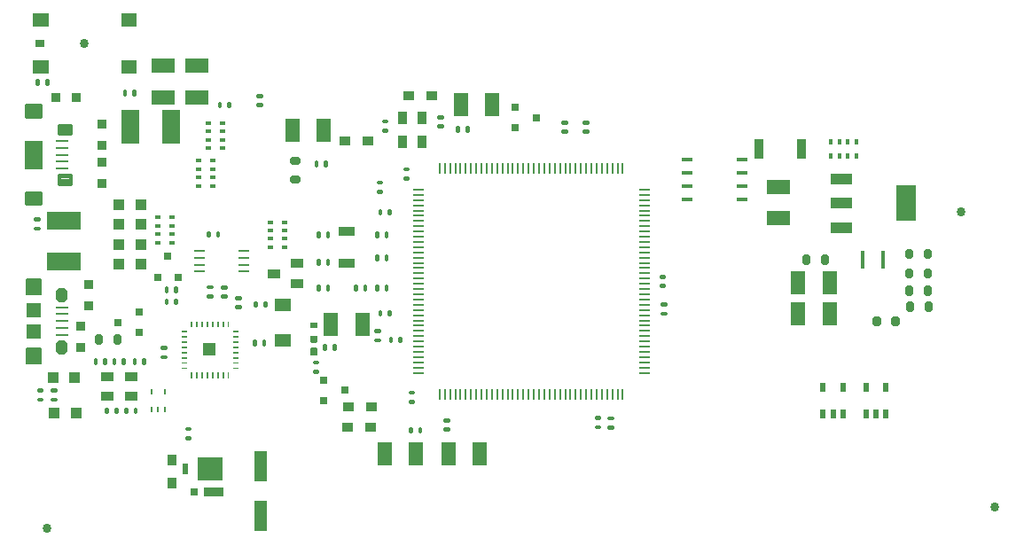
<source format=gtp>
G04 EAGLE Gerber RS-274X export*
G75*
%MOMM*%
%FSLAX34Y34*%
%LPD*%
%INTop Paste*%
%IPPOS*%
%AMOC8*
5,1,8,0,0,1.08239X$1,22.5*%
G01*
%ADD10R,1.247600X2.847600*%
%ADD11R,1.047600X1.047600*%
%ADD12C,0.863600*%
%ADD13R,1.710000X3.210000*%
%ADD14R,0.635000X0.736600*%
%ADD15C,0.305816*%
%ADD16R,0.497600X0.347600*%
%ADD17R,0.889000X0.762000*%
%ADD18C,0.062378*%
%ADD19R,1.047600X0.147600*%
%ADD20R,1.647600X0.947600*%
%ADD21R,2.082800X1.066800*%
%ADD22R,1.980000X3.380000*%
%ADD23R,0.847600X0.847600*%
%ADD24C,0.566959*%
%ADD25R,0.897600X1.147600*%
%ADD26R,1.047600X0.847600*%
%ADD27R,0.747600X0.547600*%
%ADD28R,2.240000X1.440000*%
%ADD29R,0.147600X1.047600*%
%ADD30R,1.440000X2.240000*%
%ADD31R,0.863600X1.828800*%
%ADD32R,1.247600X0.847600*%
%ADD33R,0.847600X1.047600*%
%ADD34R,0.347600X0.497600*%
%ADD35C,0.075000*%
%ADD36R,1.197600X0.247600*%
%ADD37R,1.800000X2.700000*%
%ADD38C,0.367231*%
%ADD39C,0.296472*%
%ADD40R,3.210000X1.710000*%
%ADD41R,1.270000X1.270000*%
%ADD42C,0.071453*%
%ADD43R,1.647600X1.247600*%
%ADD44R,0.247600X0.547600*%
%ADD45R,0.736600X0.635000*%
%ADD46R,1.147600X0.897600*%
%ADD47R,2.413000X2.286000*%
%ADD48R,0.609600X1.117600*%
%ADD49R,1.847600X0.947600*%
%ADD50R,0.647600X0.647600*%
%ADD51R,0.547600X0.097600*%
%ADD52R,0.947600X0.097600*%
%ADD53R,0.097600X0.547600*%
%ADD54R,0.097600X0.947600*%
%ADD55R,0.447600X1.797600*%
%ADD56R,1.193800X0.254000*%
%ADD57C,0.163447*%
%ADD58C,0.860550*%
%ADD59R,1.371600X1.473200*%
%ADD60R,0.537600X0.837600*%
%ADD61R,1.102500X0.355600*%


D10*
X230378Y35944D03*
X230378Y83944D03*
D11*
X115910Y276860D03*
X94910Y276860D03*
D12*
X899160Y326804D03*
X26670Y24130D03*
X62230Y487680D03*
D11*
X115910Y333248D03*
X94910Y333248D03*
X115910Y314452D03*
X94910Y314452D03*
D13*
X144976Y407924D03*
X105976Y407924D03*
D11*
X115910Y295656D03*
X94910Y295656D03*
D14*
X141986Y284226D03*
X151638Y263906D03*
X132334Y263906D03*
D15*
X189870Y306573D02*
X190368Y306573D01*
X190368Y303535D01*
X189870Y303535D01*
X189870Y306573D01*
X189870Y306440D02*
X190368Y306440D01*
X181478Y306573D02*
X180980Y306573D01*
X181478Y306573D02*
X181478Y303535D01*
X180980Y303535D01*
X180980Y306573D01*
X180980Y306440D02*
X181478Y306440D01*
X183637Y245994D02*
X183637Y245496D01*
X180599Y245496D01*
X180599Y245994D01*
X183637Y245994D01*
X183637Y254386D02*
X183637Y254884D01*
X183637Y254386D02*
X180599Y254386D01*
X180599Y254884D01*
X183637Y254884D01*
D16*
X240138Y316800D03*
X240138Y308800D03*
X240138Y300800D03*
X240138Y292800D03*
X253638Y292800D03*
X253638Y300800D03*
X253638Y308800D03*
X253638Y316800D03*
X132188Y321372D03*
X132188Y313372D03*
X132188Y305372D03*
X132188Y297372D03*
X145688Y297372D03*
X145688Y305372D03*
X145688Y313372D03*
X145688Y321372D03*
D12*
X931926Y44958D03*
D17*
X19685Y487680D03*
D18*
X13304Y504254D02*
X27156Y504254D01*
X13304Y504254D02*
X13304Y516106D01*
X27156Y516106D01*
X27156Y504254D01*
X27156Y504847D02*
X13304Y504847D01*
X13304Y505440D02*
X27156Y505440D01*
X27156Y506033D02*
X13304Y506033D01*
X13304Y506626D02*
X27156Y506626D01*
X27156Y507219D02*
X13304Y507219D01*
X13304Y507812D02*
X27156Y507812D01*
X27156Y508405D02*
X13304Y508405D01*
X13304Y508998D02*
X27156Y508998D01*
X27156Y509591D02*
X13304Y509591D01*
X13304Y510184D02*
X27156Y510184D01*
X27156Y510777D02*
X13304Y510777D01*
X13304Y511370D02*
X27156Y511370D01*
X27156Y511963D02*
X13304Y511963D01*
X13304Y512556D02*
X27156Y512556D01*
X27156Y513149D02*
X13304Y513149D01*
X13304Y513742D02*
X27156Y513742D01*
X27156Y514335D02*
X13304Y514335D01*
X13304Y514928D02*
X27156Y514928D01*
X27156Y515521D02*
X13304Y515521D01*
X97304Y504254D02*
X111156Y504254D01*
X97304Y504254D02*
X97304Y516106D01*
X111156Y516106D01*
X111156Y504254D01*
X111156Y504847D02*
X97304Y504847D01*
X97304Y505440D02*
X111156Y505440D01*
X111156Y506033D02*
X97304Y506033D01*
X97304Y506626D02*
X111156Y506626D01*
X111156Y507219D02*
X97304Y507219D01*
X97304Y507812D02*
X111156Y507812D01*
X111156Y508405D02*
X97304Y508405D01*
X97304Y508998D02*
X111156Y508998D01*
X111156Y509591D02*
X97304Y509591D01*
X97304Y510184D02*
X111156Y510184D01*
X111156Y510777D02*
X97304Y510777D01*
X97304Y511370D02*
X111156Y511370D01*
X111156Y511963D02*
X97304Y511963D01*
X97304Y512556D02*
X111156Y512556D01*
X111156Y513149D02*
X97304Y513149D01*
X97304Y513742D02*
X111156Y513742D01*
X111156Y514335D02*
X97304Y514335D01*
X97304Y514928D02*
X111156Y514928D01*
X111156Y515521D02*
X97304Y515521D01*
X27156Y459254D02*
X13304Y459254D01*
X13304Y471106D01*
X27156Y471106D01*
X27156Y459254D01*
X27156Y459847D02*
X13304Y459847D01*
X13304Y460440D02*
X27156Y460440D01*
X27156Y461033D02*
X13304Y461033D01*
X13304Y461626D02*
X27156Y461626D01*
X27156Y462219D02*
X13304Y462219D01*
X13304Y462812D02*
X27156Y462812D01*
X27156Y463405D02*
X13304Y463405D01*
X13304Y463998D02*
X27156Y463998D01*
X27156Y464591D02*
X13304Y464591D01*
X13304Y465184D02*
X27156Y465184D01*
X27156Y465777D02*
X13304Y465777D01*
X13304Y466370D02*
X27156Y466370D01*
X27156Y466963D02*
X13304Y466963D01*
X13304Y467556D02*
X27156Y467556D01*
X27156Y468149D02*
X13304Y468149D01*
X13304Y468742D02*
X27156Y468742D01*
X27156Y469335D02*
X13304Y469335D01*
X13304Y469928D02*
X27156Y469928D01*
X27156Y470521D02*
X13304Y470521D01*
X97304Y459254D02*
X111156Y459254D01*
X97304Y459254D02*
X97304Y471106D01*
X111156Y471106D01*
X111156Y459254D01*
X111156Y459847D02*
X97304Y459847D01*
X97304Y460440D02*
X111156Y460440D01*
X111156Y461033D02*
X97304Y461033D01*
X97304Y461626D02*
X111156Y461626D01*
X111156Y462219D02*
X97304Y462219D01*
X97304Y462812D02*
X111156Y462812D01*
X111156Y463405D02*
X97304Y463405D01*
X97304Y463998D02*
X111156Y463998D01*
X111156Y464591D02*
X97304Y464591D01*
X97304Y465184D02*
X111156Y465184D01*
X111156Y465777D02*
X97304Y465777D01*
X97304Y466370D02*
X111156Y466370D01*
X111156Y466963D02*
X97304Y466963D01*
X97304Y467556D02*
X111156Y467556D01*
X111156Y468149D02*
X97304Y468149D01*
X97304Y468742D02*
X111156Y468742D01*
X111156Y469335D02*
X97304Y469335D01*
X97304Y469928D02*
X111156Y469928D01*
X111156Y470521D02*
X97304Y470521D01*
D16*
X194202Y387288D03*
X194202Y395288D03*
X194202Y403288D03*
X194202Y411288D03*
X180702Y411288D03*
X180702Y403288D03*
X180702Y395288D03*
X180702Y387288D03*
D19*
X214678Y269640D03*
X214678Y276140D03*
X214678Y282640D03*
X214678Y289140D03*
X172428Y289140D03*
X172428Y282640D03*
X172428Y276140D03*
X172428Y269640D03*
D20*
X312928Y277108D03*
X312928Y308108D03*
D15*
X295270Y279903D02*
X294772Y279903D01*
X295270Y279903D02*
X295270Y276865D01*
X294772Y276865D01*
X294772Y279903D01*
X294772Y279770D02*
X295270Y279770D01*
X286380Y279903D02*
X285882Y279903D01*
X286380Y279903D02*
X286380Y276865D01*
X285882Y276865D01*
X285882Y279903D01*
X285882Y279770D02*
X286380Y279770D01*
X294772Y306319D02*
X295270Y306319D01*
X295270Y303281D01*
X294772Y303281D01*
X294772Y306319D01*
X294772Y306186D02*
X295270Y306186D01*
X286380Y306319D02*
X285882Y306319D01*
X286380Y306319D02*
X286380Y303281D01*
X285882Y303281D01*
X285882Y306319D01*
X285882Y306186D02*
X286380Y306186D01*
D21*
X785368Y357886D03*
X785368Y334772D03*
X785368Y311658D03*
D22*
X847346Y334772D03*
D15*
X351023Y403738D02*
X351023Y404236D01*
X351023Y403738D02*
X347985Y403738D01*
X347985Y404236D01*
X351023Y404236D01*
X351023Y412628D02*
X351023Y413126D01*
X351023Y412628D02*
X347985Y412628D01*
X347985Y413126D01*
X351023Y413126D01*
X403855Y408300D02*
X403855Y407802D01*
X400817Y407802D01*
X400817Y408300D01*
X403855Y408300D01*
X403855Y416692D02*
X403855Y417190D01*
X403855Y416692D02*
X400817Y416692D01*
X400817Y417190D01*
X403855Y417190D01*
D23*
X79248Y373728D03*
X79248Y353728D03*
X79248Y390304D03*
X79248Y410304D03*
D24*
X265047Y358781D02*
X265047Y356991D01*
X261241Y356991D01*
X261241Y358781D01*
X265047Y358781D01*
X265047Y374771D02*
X265047Y376561D01*
X265047Y374771D02*
X261241Y374771D01*
X261241Y376561D01*
X265047Y376561D01*
D15*
X292740Y373883D02*
X293238Y373883D01*
X293238Y370845D01*
X292740Y370845D01*
X292740Y373883D01*
X292740Y373750D02*
X293238Y373750D01*
X284348Y373883D02*
X283850Y373883D01*
X284348Y373883D02*
X284348Y370845D01*
X283850Y370845D01*
X283850Y373883D01*
X283850Y373750D02*
X284348Y373750D01*
D25*
X365908Y416630D03*
X365908Y393630D03*
X384408Y393630D03*
X384408Y416630D03*
D26*
X313612Y120904D03*
X335612Y120904D03*
D15*
X409951Y118740D02*
X409951Y118242D01*
X406913Y118242D01*
X406913Y118740D01*
X409951Y118740D01*
X409951Y127132D02*
X409951Y127630D01*
X409951Y127132D02*
X406913Y127132D01*
X406913Y127630D01*
X409951Y127630D01*
D27*
X281432Y218336D03*
X281432Y205336D03*
X281432Y192336D03*
D15*
X282951Y194442D02*
X282951Y194940D01*
X282951Y194442D02*
X279913Y194442D01*
X279913Y194940D01*
X282951Y194940D01*
X282951Y203332D02*
X282951Y203830D01*
X282951Y203332D02*
X279913Y203332D01*
X279913Y203830D01*
X282951Y203830D01*
D16*
X171050Y375474D03*
X171050Y367474D03*
X171050Y359474D03*
X171050Y351474D03*
X184550Y351474D03*
X184550Y359474D03*
X184550Y367474D03*
X184550Y375474D03*
D28*
X725424Y320280D03*
X725424Y350280D03*
D15*
X371343Y358018D02*
X371343Y358516D01*
X371343Y358018D02*
X368305Y358018D01*
X368305Y358516D01*
X371343Y358516D01*
X371343Y366908D02*
X371343Y367406D01*
X371343Y366908D02*
X368305Y366908D01*
X368305Y367406D01*
X371343Y367406D01*
X342905Y354706D02*
X342905Y354208D01*
X342905Y354706D02*
X345943Y354706D01*
X345943Y354208D01*
X342905Y354208D01*
X342905Y345816D02*
X342905Y345318D01*
X342905Y345816D02*
X345943Y345816D01*
X345943Y345318D01*
X342905Y345318D01*
X342260Y280929D02*
X341762Y280929D01*
X341762Y283967D01*
X342260Y283967D01*
X342260Y280929D01*
X342260Y283834D02*
X341762Y283834D01*
X350652Y280929D02*
X351150Y280929D01*
X350652Y280929D02*
X350652Y283967D01*
X351150Y283967D01*
X351150Y280929D01*
X351150Y283834D02*
X350652Y283834D01*
D29*
X576450Y368350D03*
X571450Y368350D03*
X566450Y368350D03*
X561450Y368350D03*
X556450Y368350D03*
X551450Y368350D03*
X546450Y368350D03*
X541450Y368350D03*
X536450Y368350D03*
X531450Y368350D03*
X526450Y368350D03*
X521450Y368350D03*
X516450Y368350D03*
X511450Y368350D03*
X506450Y368350D03*
X501450Y368350D03*
X496450Y368350D03*
X491450Y368350D03*
X486450Y368350D03*
X481450Y368350D03*
X476450Y368350D03*
X471450Y368350D03*
X466450Y368350D03*
X461450Y368350D03*
X456450Y368350D03*
X451450Y368350D03*
X446450Y368350D03*
X441450Y368350D03*
X436450Y368350D03*
X431450Y368350D03*
X426450Y368350D03*
X421450Y368350D03*
X416450Y368350D03*
X411450Y368350D03*
X406450Y368350D03*
X401450Y368350D03*
D19*
X380950Y347850D03*
X380950Y342850D03*
X380950Y337850D03*
X380950Y332850D03*
X380950Y327850D03*
X380950Y322850D03*
X380950Y317850D03*
X380950Y312850D03*
X380950Y307850D03*
X380950Y302850D03*
X380950Y297850D03*
X380950Y292850D03*
X380950Y287850D03*
X380950Y282850D03*
X380950Y277850D03*
X380950Y272850D03*
X380950Y267850D03*
X380950Y262850D03*
X380950Y257850D03*
X380950Y252850D03*
X380950Y247850D03*
X380950Y242850D03*
X380950Y237850D03*
X380950Y232850D03*
X380950Y227850D03*
X380950Y222850D03*
X380950Y217850D03*
X380950Y212850D03*
X380950Y207850D03*
X380950Y202850D03*
X380950Y197850D03*
X380950Y192850D03*
X380950Y187850D03*
X380950Y182850D03*
X380950Y177850D03*
X380950Y172850D03*
D29*
X401450Y152350D03*
X406450Y152350D03*
X411450Y152350D03*
X416450Y152350D03*
X421450Y152350D03*
X426450Y152350D03*
X431450Y152350D03*
X436450Y152350D03*
X441450Y152350D03*
X446450Y152350D03*
X451450Y152350D03*
X456450Y152350D03*
X461450Y152350D03*
X466450Y152350D03*
X471450Y152350D03*
X476450Y152350D03*
X481450Y152350D03*
X486450Y152350D03*
X491450Y152350D03*
X496450Y152350D03*
X501450Y152350D03*
X506450Y152350D03*
X511450Y152350D03*
X516450Y152350D03*
X521450Y152350D03*
X526450Y152350D03*
X531450Y152350D03*
X536450Y152350D03*
X541450Y152350D03*
X546450Y152350D03*
X551450Y152350D03*
X556450Y152350D03*
X561450Y152350D03*
X566450Y152350D03*
X571450Y152350D03*
X576450Y152350D03*
D19*
X596950Y172850D03*
X596950Y177850D03*
X596950Y182850D03*
X596950Y187850D03*
X596950Y192850D03*
X596950Y197850D03*
X596950Y202850D03*
X596950Y207850D03*
X596950Y212850D03*
X596950Y217850D03*
X596950Y222850D03*
X596950Y227850D03*
X596950Y232850D03*
X596950Y237850D03*
X596950Y242850D03*
X596950Y247850D03*
X596950Y252850D03*
X596950Y257850D03*
X596950Y262850D03*
X596950Y267850D03*
X596950Y272850D03*
X596950Y277850D03*
X596950Y282850D03*
X596950Y287850D03*
X596950Y292850D03*
X596950Y297850D03*
X596950Y302850D03*
X596950Y307850D03*
X596950Y312850D03*
X596950Y317850D03*
X596950Y322850D03*
X596950Y327850D03*
X596950Y332850D03*
X596950Y337850D03*
X596950Y342850D03*
X596950Y347850D03*
D30*
X348728Y95504D03*
X378728Y95504D03*
D15*
X355468Y202697D02*
X354970Y202697D01*
X354970Y205735D01*
X355468Y205735D01*
X355468Y202697D01*
X355468Y205602D02*
X354970Y205602D01*
X363860Y202697D02*
X364358Y202697D01*
X363860Y202697D02*
X363860Y205735D01*
X364358Y205735D01*
X364358Y202697D01*
X364358Y205602D02*
X363860Y205602D01*
D30*
X327674Y218694D03*
X297674Y218694D03*
D15*
X343911Y204084D02*
X343911Y203586D01*
X340873Y203586D01*
X340873Y204084D01*
X343911Y204084D01*
X343911Y212476D02*
X343911Y212974D01*
X343911Y212476D02*
X340873Y212476D01*
X340873Y212974D01*
X343911Y212974D01*
X540009Y411612D02*
X540009Y412110D01*
X543047Y412110D01*
X543047Y411612D01*
X540009Y411612D01*
X540009Y403220D02*
X540009Y402722D01*
X540009Y403220D02*
X543047Y403220D01*
X543047Y402722D01*
X540009Y402722D01*
X342260Y303281D02*
X341762Y303281D01*
X341762Y306319D01*
X342260Y306319D01*
X342260Y303281D01*
X342260Y306186D02*
X341762Y306186D01*
X350652Y303281D02*
X351150Y303281D01*
X350652Y303281D02*
X350652Y306319D01*
X351150Y306319D01*
X351150Y303281D01*
X351150Y306186D02*
X350652Y306186D01*
X342260Y252481D02*
X341762Y252481D01*
X341762Y255519D01*
X342260Y255519D01*
X342260Y252481D01*
X342260Y255386D02*
X341762Y255386D01*
X350652Y252481D02*
X351150Y252481D01*
X350652Y252481D02*
X350652Y255519D01*
X351150Y255519D01*
X351150Y252481D01*
X351150Y255386D02*
X350652Y255386D01*
X554223Y121026D02*
X554223Y120528D01*
X551185Y120528D01*
X551185Y121026D01*
X554223Y121026D01*
X554223Y129418D02*
X554223Y129916D01*
X554223Y129418D02*
X551185Y129418D01*
X551185Y129916D01*
X554223Y129916D01*
X617215Y228986D02*
X617215Y229484D01*
X617215Y228986D02*
X614177Y228986D01*
X614177Y229484D01*
X617215Y229484D01*
X617215Y237876D02*
X617215Y238374D01*
X617215Y237876D02*
X614177Y237876D01*
X614177Y238374D01*
X617215Y238374D01*
X383383Y119451D02*
X382885Y119451D01*
X383383Y119451D02*
X383383Y116413D01*
X382885Y116413D01*
X382885Y119451D01*
X382885Y119318D02*
X383383Y119318D01*
X374493Y119451D02*
X373995Y119451D01*
X374493Y119451D02*
X374493Y116413D01*
X373995Y116413D01*
X373995Y119451D01*
X373995Y119318D02*
X374493Y119318D01*
X519689Y411612D02*
X519689Y412110D01*
X522727Y412110D01*
X522727Y411612D01*
X519689Y411612D01*
X519689Y403220D02*
X519689Y402722D01*
X519689Y403220D02*
X522727Y403220D01*
X522727Y402722D01*
X519689Y402722D01*
X345308Y228097D02*
X344810Y228097D01*
X344810Y231135D01*
X345308Y231135D01*
X345308Y228097D01*
X345308Y231002D02*
X344810Y231002D01*
X353700Y228097D02*
X354198Y228097D01*
X353700Y228097D02*
X353700Y231135D01*
X354198Y231135D01*
X354198Y228097D01*
X354198Y231002D02*
X353700Y231002D01*
X566669Y120772D02*
X566669Y120274D01*
X563631Y120274D01*
X563631Y120772D01*
X566669Y120772D01*
X566669Y129164D02*
X566669Y129662D01*
X566669Y129164D02*
X563631Y129164D01*
X563631Y129662D01*
X566669Y129662D01*
X613161Y264292D02*
X613161Y264790D01*
X616199Y264790D01*
X616199Y264292D01*
X613161Y264292D01*
X613161Y255900D02*
X613161Y255402D01*
X613161Y255900D02*
X616199Y255900D01*
X616199Y255402D01*
X613161Y255402D01*
X345308Y324617D02*
X344810Y324617D01*
X344810Y327655D01*
X345308Y327655D01*
X345308Y324617D01*
X345308Y327522D02*
X344810Y327522D01*
X353700Y324617D02*
X354198Y324617D01*
X353700Y324617D02*
X353700Y327655D01*
X354198Y327655D01*
X354198Y324617D01*
X354198Y327522D02*
X353700Y327522D01*
X376423Y145156D02*
X376423Y144658D01*
X373385Y144658D01*
X373385Y145156D01*
X376423Y145156D01*
X376423Y153548D02*
X376423Y154046D01*
X376423Y153548D02*
X373385Y153548D01*
X373385Y154046D01*
X376423Y154046D01*
D26*
X314120Y140208D03*
X336120Y140208D03*
X333072Y394208D03*
X311072Y394208D03*
D30*
X409688Y95504D03*
X439688Y95504D03*
X291098Y404368D03*
X261098Y404368D03*
D26*
X372032Y437896D03*
X394032Y437896D03*
D15*
X427868Y406903D02*
X428366Y406903D01*
X428366Y403865D01*
X427868Y403865D01*
X427868Y406903D01*
X427868Y406770D02*
X428366Y406770D01*
X419476Y406903D02*
X418978Y406903D01*
X419476Y406903D02*
X419476Y403865D01*
X418978Y403865D01*
X418978Y406903D01*
X418978Y406770D02*
X419476Y406770D01*
D30*
X421880Y428752D03*
X451880Y428752D03*
D31*
X746760Y387096D03*
X706755Y387096D03*
D32*
X265000Y258216D03*
X265000Y277216D03*
X243000Y267716D03*
D15*
X294772Y255519D02*
X295270Y255519D01*
X295270Y252481D01*
X294772Y252481D01*
X294772Y255519D01*
X294772Y255386D02*
X295270Y255386D01*
X286380Y255519D02*
X285882Y255519D01*
X286380Y255519D02*
X286380Y252481D01*
X285882Y252481D01*
X285882Y255519D01*
X285882Y255386D02*
X286380Y255386D01*
D33*
X146304Y67740D03*
X146304Y89740D03*
D15*
X300868Y198623D02*
X301366Y198623D01*
X301366Y195585D01*
X300868Y195585D01*
X300868Y198623D01*
X300868Y198490D02*
X301366Y198490D01*
X292476Y198623D02*
X291978Y198623D01*
X292476Y198623D02*
X292476Y195585D01*
X291978Y195585D01*
X291978Y198623D01*
X291978Y198490D02*
X292476Y198490D01*
X231135Y428122D02*
X231135Y428620D01*
X231135Y428122D02*
X228097Y428122D01*
X228097Y428620D01*
X231135Y428620D01*
X231135Y437012D02*
X231135Y437510D01*
X231135Y437012D02*
X228097Y437012D01*
X228097Y437510D01*
X231135Y437510D01*
X27046Y451607D02*
X26548Y451607D01*
X27046Y451607D02*
X27046Y448569D01*
X26548Y448569D01*
X26548Y451607D01*
X26548Y451474D02*
X27046Y451474D01*
X18156Y451607D02*
X17658Y451607D01*
X18156Y451607D02*
X18156Y448569D01*
X17658Y448569D01*
X17658Y451607D01*
X17658Y451474D02*
X18156Y451474D01*
X330332Y255519D02*
X330830Y255519D01*
X330830Y252481D01*
X330332Y252481D01*
X330332Y255519D01*
X330332Y255386D02*
X330830Y255386D01*
X321940Y255519D02*
X321442Y255519D01*
X321940Y255519D02*
X321940Y252481D01*
X321442Y252481D01*
X321442Y255519D01*
X321442Y255386D02*
X321940Y255386D01*
D28*
X169672Y436104D03*
X169672Y466104D03*
X137160Y436104D03*
X137160Y466104D03*
D34*
X799400Y393846D03*
X791400Y393846D03*
X783400Y393846D03*
X775400Y393846D03*
X775400Y380346D03*
X783400Y380346D03*
X791400Y380346D03*
X799400Y380346D03*
D35*
X19220Y419000D02*
X8720Y419000D01*
D36*
X40970Y394000D03*
X40970Y387500D03*
X40970Y381000D03*
X40970Y374500D03*
X40970Y368000D03*
D37*
X13970Y381000D03*
D38*
X38568Y401098D02*
X49372Y401098D01*
X38568Y401098D02*
X38568Y408902D01*
X49372Y408902D01*
X49372Y401098D01*
X49372Y404586D02*
X38568Y404586D01*
X38568Y408074D02*
X49372Y408074D01*
X49372Y353098D02*
X38568Y353098D01*
X38568Y360902D01*
X49372Y360902D01*
X49372Y353098D01*
X49372Y356586D02*
X38568Y356586D01*
X38568Y360074D02*
X49372Y360074D01*
D39*
X20726Y417494D02*
X7214Y417494D01*
X7214Y428006D01*
X20726Y428006D01*
X20726Y417494D01*
X20726Y420311D02*
X7214Y420311D01*
X7214Y423128D02*
X20726Y423128D01*
X20726Y425945D02*
X7214Y425945D01*
X7214Y333994D02*
X20726Y333994D01*
X7214Y333994D02*
X7214Y344506D01*
X20726Y344506D01*
X20726Y333994D01*
X20726Y336811D02*
X7214Y336811D01*
X7214Y339628D02*
X20726Y339628D01*
X20726Y342445D02*
X7214Y342445D01*
D15*
X18791Y310764D02*
X18791Y310266D01*
X15753Y310266D01*
X15753Y310764D01*
X18791Y310764D01*
X18791Y319156D02*
X18791Y319654D01*
X18791Y319156D02*
X15753Y319156D01*
X15753Y319654D01*
X18791Y319654D01*
D11*
X32172Y168656D03*
X53172Y168656D03*
X33188Y134112D03*
X54188Y134112D03*
D40*
X42672Y318204D03*
X42672Y279204D03*
D15*
X139695Y187828D02*
X139695Y187330D01*
X136657Y187330D01*
X136657Y187828D01*
X139695Y187828D01*
X139695Y196220D02*
X139695Y196718D01*
X139695Y196220D02*
X136657Y196220D01*
X136657Y196718D01*
X139695Y196718D01*
X197607Y245242D02*
X197607Y245740D01*
X197607Y245242D02*
X194569Y245242D01*
X194569Y245740D01*
X197607Y245740D01*
X197607Y254132D02*
X197607Y254630D01*
X197607Y254132D02*
X194569Y254132D01*
X194569Y254630D01*
X197607Y254630D01*
D41*
X181864Y195072D03*
D42*
X159745Y212291D02*
X159745Y212853D01*
X159745Y212291D02*
X154983Y212291D01*
X154983Y212853D01*
X159745Y212853D01*
X159745Y207853D02*
X159745Y207291D01*
X154983Y207291D01*
X154983Y207853D01*
X159745Y207853D01*
X159745Y202853D02*
X159745Y202291D01*
X154983Y202291D01*
X154983Y202853D01*
X159745Y202853D01*
X159745Y197853D02*
X159745Y197291D01*
X154983Y197291D01*
X154983Y197853D01*
X159745Y197853D01*
X159745Y192853D02*
X159745Y192291D01*
X154983Y192291D01*
X154983Y192853D01*
X159745Y192853D01*
X159745Y187853D02*
X159745Y187291D01*
X154983Y187291D01*
X154983Y187853D01*
X159745Y187853D01*
X159745Y182853D02*
X159745Y182291D01*
X154983Y182291D01*
X154983Y182853D01*
X159745Y182853D01*
X159745Y177853D02*
X159745Y177291D01*
X154983Y177291D01*
X154983Y177853D01*
X159745Y177853D01*
X164083Y172953D02*
X164645Y172953D01*
X164645Y168191D01*
X164083Y168191D01*
X164083Y172953D01*
X164083Y168870D02*
X164645Y168870D01*
X164645Y169549D02*
X164083Y169549D01*
X164083Y170228D02*
X164645Y170228D01*
X164645Y170907D02*
X164083Y170907D01*
X164083Y171586D02*
X164645Y171586D01*
X164645Y172265D02*
X164083Y172265D01*
X164083Y172944D02*
X164645Y172944D01*
X169083Y172953D02*
X169645Y172953D01*
X169645Y168191D01*
X169083Y168191D01*
X169083Y172953D01*
X169083Y168870D02*
X169645Y168870D01*
X169645Y169549D02*
X169083Y169549D01*
X169083Y170228D02*
X169645Y170228D01*
X169645Y170907D02*
X169083Y170907D01*
X169083Y171586D02*
X169645Y171586D01*
X169645Y172265D02*
X169083Y172265D01*
X169083Y172944D02*
X169645Y172944D01*
X174083Y172953D02*
X174645Y172953D01*
X174645Y168191D01*
X174083Y168191D01*
X174083Y172953D01*
X174083Y168870D02*
X174645Y168870D01*
X174645Y169549D02*
X174083Y169549D01*
X174083Y170228D02*
X174645Y170228D01*
X174645Y170907D02*
X174083Y170907D01*
X174083Y171586D02*
X174645Y171586D01*
X174645Y172265D02*
X174083Y172265D01*
X174083Y172944D02*
X174645Y172944D01*
X179083Y172953D02*
X179645Y172953D01*
X179645Y168191D01*
X179083Y168191D01*
X179083Y172953D01*
X179083Y168870D02*
X179645Y168870D01*
X179645Y169549D02*
X179083Y169549D01*
X179083Y170228D02*
X179645Y170228D01*
X179645Y170907D02*
X179083Y170907D01*
X179083Y171586D02*
X179645Y171586D01*
X179645Y172265D02*
X179083Y172265D01*
X179083Y172944D02*
X179645Y172944D01*
X184083Y172953D02*
X184645Y172953D01*
X184645Y168191D01*
X184083Y168191D01*
X184083Y172953D01*
X184083Y168870D02*
X184645Y168870D01*
X184645Y169549D02*
X184083Y169549D01*
X184083Y170228D02*
X184645Y170228D01*
X184645Y170907D02*
X184083Y170907D01*
X184083Y171586D02*
X184645Y171586D01*
X184645Y172265D02*
X184083Y172265D01*
X184083Y172944D02*
X184645Y172944D01*
X189083Y172953D02*
X189645Y172953D01*
X189645Y168191D01*
X189083Y168191D01*
X189083Y172953D01*
X189083Y168870D02*
X189645Y168870D01*
X189645Y169549D02*
X189083Y169549D01*
X189083Y170228D02*
X189645Y170228D01*
X189645Y170907D02*
X189083Y170907D01*
X189083Y171586D02*
X189645Y171586D01*
X189645Y172265D02*
X189083Y172265D01*
X189083Y172944D02*
X189645Y172944D01*
X194083Y172953D02*
X194645Y172953D01*
X194645Y168191D01*
X194083Y168191D01*
X194083Y172953D01*
X194083Y168870D02*
X194645Y168870D01*
X194645Y169549D02*
X194083Y169549D01*
X194083Y170228D02*
X194645Y170228D01*
X194645Y170907D02*
X194083Y170907D01*
X194083Y171586D02*
X194645Y171586D01*
X194645Y172265D02*
X194083Y172265D01*
X194083Y172944D02*
X194645Y172944D01*
X199083Y172953D02*
X199645Y172953D01*
X199645Y168191D01*
X199083Y168191D01*
X199083Y172953D01*
X199083Y168870D02*
X199645Y168870D01*
X199645Y169549D02*
X199083Y169549D01*
X199083Y170228D02*
X199645Y170228D01*
X199645Y170907D02*
X199083Y170907D01*
X199083Y171586D02*
X199645Y171586D01*
X199645Y172265D02*
X199083Y172265D01*
X199083Y172944D02*
X199645Y172944D01*
X208745Y177291D02*
X208745Y177853D01*
X208745Y177291D02*
X203983Y177291D01*
X203983Y177853D01*
X208745Y177853D01*
X208745Y182291D02*
X208745Y182853D01*
X208745Y182291D02*
X203983Y182291D01*
X203983Y182853D01*
X208745Y182853D01*
X208745Y187291D02*
X208745Y187853D01*
X208745Y187291D02*
X203983Y187291D01*
X203983Y187853D01*
X208745Y187853D01*
X208745Y192291D02*
X208745Y192853D01*
X208745Y192291D02*
X203983Y192291D01*
X203983Y192853D01*
X208745Y192853D01*
X208745Y197291D02*
X208745Y197853D01*
X208745Y197291D02*
X203983Y197291D01*
X203983Y197853D01*
X208745Y197853D01*
X208745Y202291D02*
X208745Y202853D01*
X208745Y202291D02*
X203983Y202291D01*
X203983Y202853D01*
X208745Y202853D01*
X208745Y207291D02*
X208745Y207853D01*
X208745Y207291D02*
X203983Y207291D01*
X203983Y207853D01*
X208745Y207853D01*
X208745Y212291D02*
X208745Y212853D01*
X208745Y212291D02*
X203983Y212291D01*
X203983Y212853D01*
X208745Y212853D01*
X199645Y221953D02*
X199083Y221953D01*
X199645Y221953D02*
X199645Y217191D01*
X199083Y217191D01*
X199083Y221953D01*
X199083Y217870D02*
X199645Y217870D01*
X199645Y218549D02*
X199083Y218549D01*
X199083Y219228D02*
X199645Y219228D01*
X199645Y219907D02*
X199083Y219907D01*
X199083Y220586D02*
X199645Y220586D01*
X199645Y221265D02*
X199083Y221265D01*
X199083Y221944D02*
X199645Y221944D01*
X194645Y221953D02*
X194083Y221953D01*
X194645Y221953D02*
X194645Y217191D01*
X194083Y217191D01*
X194083Y221953D01*
X194083Y217870D02*
X194645Y217870D01*
X194645Y218549D02*
X194083Y218549D01*
X194083Y219228D02*
X194645Y219228D01*
X194645Y219907D02*
X194083Y219907D01*
X194083Y220586D02*
X194645Y220586D01*
X194645Y221265D02*
X194083Y221265D01*
X194083Y221944D02*
X194645Y221944D01*
X189645Y221953D02*
X189083Y221953D01*
X189645Y221953D02*
X189645Y217191D01*
X189083Y217191D01*
X189083Y221953D01*
X189083Y217870D02*
X189645Y217870D01*
X189645Y218549D02*
X189083Y218549D01*
X189083Y219228D02*
X189645Y219228D01*
X189645Y219907D02*
X189083Y219907D01*
X189083Y220586D02*
X189645Y220586D01*
X189645Y221265D02*
X189083Y221265D01*
X189083Y221944D02*
X189645Y221944D01*
X184645Y221953D02*
X184083Y221953D01*
X184645Y221953D02*
X184645Y217191D01*
X184083Y217191D01*
X184083Y221953D01*
X184083Y217870D02*
X184645Y217870D01*
X184645Y218549D02*
X184083Y218549D01*
X184083Y219228D02*
X184645Y219228D01*
X184645Y219907D02*
X184083Y219907D01*
X184083Y220586D02*
X184645Y220586D01*
X184645Y221265D02*
X184083Y221265D01*
X184083Y221944D02*
X184645Y221944D01*
X179645Y221953D02*
X179083Y221953D01*
X179645Y221953D02*
X179645Y217191D01*
X179083Y217191D01*
X179083Y221953D01*
X179083Y217870D02*
X179645Y217870D01*
X179645Y218549D02*
X179083Y218549D01*
X179083Y219228D02*
X179645Y219228D01*
X179645Y219907D02*
X179083Y219907D01*
X179083Y220586D02*
X179645Y220586D01*
X179645Y221265D02*
X179083Y221265D01*
X179083Y221944D02*
X179645Y221944D01*
X174645Y221953D02*
X174083Y221953D01*
X174645Y221953D02*
X174645Y217191D01*
X174083Y217191D01*
X174083Y221953D01*
X174083Y217870D02*
X174645Y217870D01*
X174645Y218549D02*
X174083Y218549D01*
X174083Y219228D02*
X174645Y219228D01*
X174645Y219907D02*
X174083Y219907D01*
X174083Y220586D02*
X174645Y220586D01*
X174645Y221265D02*
X174083Y221265D01*
X174083Y221944D02*
X174645Y221944D01*
X169645Y221953D02*
X169083Y221953D01*
X169645Y221953D02*
X169645Y217191D01*
X169083Y217191D01*
X169083Y221953D01*
X169083Y217870D02*
X169645Y217870D01*
X169645Y218549D02*
X169083Y218549D01*
X169083Y219228D02*
X169645Y219228D01*
X169645Y219907D02*
X169083Y219907D01*
X169083Y220586D02*
X169645Y220586D01*
X169645Y221265D02*
X169083Y221265D01*
X169083Y221944D02*
X169645Y221944D01*
X164645Y221953D02*
X164083Y221953D01*
X164645Y221953D02*
X164645Y217191D01*
X164083Y217191D01*
X164083Y221953D01*
X164083Y217870D02*
X164645Y217870D01*
X164645Y218549D02*
X164083Y218549D01*
X164083Y219228D02*
X164645Y219228D01*
X164645Y219907D02*
X164083Y219907D01*
X164083Y220586D02*
X164645Y220586D01*
X164645Y221265D02*
X164083Y221265D01*
X164083Y221944D02*
X164645Y221944D01*
D23*
X66040Y256888D03*
X66040Y236888D03*
X58928Y197264D03*
X58928Y217264D03*
D15*
X90810Y181869D02*
X91308Y181869D01*
X90810Y181869D02*
X90810Y184907D01*
X91308Y184907D01*
X91308Y181869D01*
X91308Y184774D02*
X90810Y184774D01*
X99700Y181869D02*
X100198Y181869D01*
X99700Y181869D02*
X99700Y184907D01*
X100198Y184907D01*
X100198Y181869D01*
X100198Y184774D02*
X99700Y184774D01*
X84196Y135017D02*
X83698Y135017D01*
X83698Y138055D01*
X84196Y138055D01*
X84196Y135017D01*
X84196Y137922D02*
X83698Y137922D01*
X92588Y135017D02*
X93086Y135017D01*
X92588Y135017D02*
X92588Y138055D01*
X93086Y138055D01*
X93086Y135017D01*
X93086Y137922D02*
X92588Y137922D01*
X110114Y181869D02*
X110612Y181869D01*
X110114Y181869D02*
X110114Y184907D01*
X110612Y184907D01*
X110612Y181869D01*
X110612Y184774D02*
X110114Y184774D01*
X119004Y181869D02*
X119502Y181869D01*
X119004Y181869D02*
X119004Y184907D01*
X119502Y184907D01*
X119502Y181869D01*
X119502Y184774D02*
X119004Y184774D01*
D43*
X251968Y203472D03*
X251968Y237472D03*
D15*
X226436Y236733D02*
X225938Y236733D01*
X225938Y239771D01*
X226436Y239771D01*
X226436Y236733D01*
X226436Y239638D02*
X225938Y239638D01*
X234828Y236733D02*
X235326Y236733D01*
X234828Y236733D02*
X234828Y239771D01*
X235326Y239771D01*
X235326Y236733D01*
X235326Y239638D02*
X234828Y239638D01*
X32009Y156078D02*
X32009Y155580D01*
X32009Y156078D02*
X35047Y156078D01*
X35047Y155580D01*
X32009Y155580D01*
X32009Y147188D02*
X32009Y146690D01*
X32009Y147188D02*
X35047Y147188D01*
X35047Y146690D01*
X32009Y146690D01*
X21839Y146690D02*
X21839Y147188D01*
X21839Y146690D02*
X18801Y146690D01*
X18801Y147188D01*
X21839Y147188D01*
X21839Y155580D02*
X21839Y156078D01*
X21839Y155580D02*
X18801Y155580D01*
X18801Y156078D01*
X21839Y156078D01*
X160053Y119262D02*
X160053Y118764D01*
X160053Y119262D02*
X163091Y119262D01*
X163091Y118764D01*
X160053Y118764D01*
X160053Y110372D02*
X160053Y109874D01*
X160053Y110372D02*
X163091Y110372D01*
X163091Y109874D01*
X160053Y109874D01*
X149982Y242311D02*
X149484Y242311D01*
X149982Y242311D02*
X149982Y239273D01*
X149484Y239273D01*
X149484Y242311D01*
X149484Y242178D02*
X149982Y242178D01*
X141092Y242311D02*
X140594Y242311D01*
X141092Y242311D02*
X141092Y239273D01*
X140594Y239273D01*
X140594Y242311D01*
X140594Y242178D02*
X141092Y242178D01*
X149484Y253487D02*
X149982Y253487D01*
X149982Y250449D01*
X149484Y250449D01*
X149484Y253487D01*
X149484Y253354D02*
X149982Y253354D01*
X141092Y253487D02*
X140594Y253487D01*
X141092Y253487D02*
X141092Y250449D01*
X140594Y250449D01*
X140594Y253487D01*
X140594Y253354D02*
X141092Y253354D01*
X210815Y235580D02*
X210815Y235082D01*
X207777Y235082D01*
X207777Y235580D01*
X210815Y235580D01*
X210815Y243972D02*
X210815Y244470D01*
X210815Y243972D02*
X207777Y243972D01*
X207777Y244470D01*
X210815Y244470D01*
D44*
X126132Y137500D03*
X132632Y137500D03*
X139132Y137500D03*
X139132Y154500D03*
X126132Y154500D03*
D15*
X200284Y430271D02*
X200782Y430271D01*
X200782Y427233D01*
X200284Y427233D01*
X200284Y430271D01*
X200284Y430138D02*
X200782Y430138D01*
X191892Y430271D02*
X191394Y430271D01*
X191892Y430271D02*
X191892Y427233D01*
X191394Y427233D01*
X191394Y430271D01*
X191394Y430138D02*
X191892Y430138D01*
X224922Y199649D02*
X225420Y199649D01*
X224922Y199649D02*
X224922Y202687D01*
X225420Y202687D01*
X225420Y199649D01*
X225420Y202554D02*
X224922Y202554D01*
X233812Y199649D02*
X234310Y199649D01*
X233812Y199649D02*
X233812Y202687D01*
X234310Y202687D01*
X234310Y199649D01*
X234310Y202554D02*
X233812Y202554D01*
D23*
X34704Y435864D03*
X54704Y435864D03*
D45*
X94488Y220980D03*
X114808Y230632D03*
X114808Y211328D03*
D46*
X84004Y150262D03*
X107004Y150262D03*
X107004Y168762D03*
X84004Y168762D03*
D15*
X109860Y441447D02*
X110358Y441447D01*
X110358Y438409D01*
X109860Y438409D01*
X109860Y441447D01*
X109860Y441314D02*
X110358Y441314D01*
X101468Y441447D02*
X100970Y441447D01*
X101468Y441447D02*
X101468Y438409D01*
X100970Y438409D01*
X100970Y441447D01*
X100970Y441314D02*
X101468Y441314D01*
X111084Y138055D02*
X111582Y138055D01*
X111582Y135017D01*
X111084Y135017D01*
X111084Y138055D01*
X111084Y137922D02*
X111582Y137922D01*
X102692Y138055D02*
X102194Y138055D01*
X102692Y138055D02*
X102692Y135017D01*
X102194Y135017D01*
X102194Y138055D01*
X102194Y137922D02*
X102692Y137922D01*
D45*
X311404Y156210D03*
X291084Y146558D03*
X291084Y165862D03*
D47*
X182260Y81280D03*
D48*
X158760Y81280D03*
D15*
X284983Y173614D02*
X284983Y174112D01*
X284983Y173614D02*
X281945Y173614D01*
X281945Y174112D01*
X284983Y174112D01*
X284983Y182504D02*
X284983Y183002D01*
X284983Y182504D02*
X281945Y182504D01*
X281945Y183002D01*
X284983Y183002D01*
D49*
X185816Y58928D03*
D50*
X166816Y58928D03*
D15*
X82418Y184907D02*
X81920Y184907D01*
X82418Y184907D02*
X82418Y181869D01*
X81920Y181869D01*
X81920Y184907D01*
X81920Y184774D02*
X82418Y184774D01*
X73528Y184907D02*
X73030Y184907D01*
X73528Y184907D02*
X73528Y181869D01*
X73030Y181869D01*
X73030Y184907D01*
X73030Y184774D02*
X73528Y184774D01*
D24*
X75051Y203329D02*
X76841Y203329D01*
X75051Y203329D02*
X75051Y207135D01*
X76841Y207135D01*
X76841Y203329D01*
X92831Y203329D02*
X94621Y203329D01*
X92831Y203329D02*
X92831Y207135D01*
X94621Y207135D01*
X94621Y203329D01*
D30*
X773952Y229362D03*
X743952Y229362D03*
X773952Y258572D03*
X743952Y258572D03*
D24*
X767963Y279529D02*
X767963Y283335D01*
X769753Y283335D01*
X769753Y279529D01*
X767963Y279529D01*
X750183Y279529D02*
X750183Y283335D01*
X751973Y283335D01*
X751973Y279529D01*
X750183Y279529D01*
D51*
X829840Y252724D03*
D52*
X827840Y259224D03*
X827840Y265724D03*
D51*
X829840Y272224D03*
X829840Y280724D03*
X829840Y289224D03*
X800840Y289224D03*
X800840Y280724D03*
X800840Y272224D03*
D52*
X802840Y265724D03*
X802840Y259224D03*
D51*
X800840Y252724D03*
D53*
X802840Y243724D03*
X807840Y243724D03*
D54*
X812840Y245724D03*
X817840Y245724D03*
D53*
X822840Y243724D03*
X827840Y243724D03*
D55*
X825340Y280724D03*
X805340Y280724D03*
D24*
X866769Y288669D02*
X868559Y288669D01*
X868559Y284863D01*
X866769Y284863D01*
X866769Y288669D01*
X850779Y288669D02*
X848989Y288669D01*
X850779Y288669D02*
X850779Y284863D01*
X848989Y284863D01*
X848989Y288669D01*
X866769Y269873D02*
X868559Y269873D01*
X868559Y266067D01*
X866769Y266067D01*
X866769Y269873D01*
X850779Y269873D02*
X848989Y269873D01*
X850779Y269873D02*
X850779Y266067D01*
X848989Y266067D01*
X848989Y269873D01*
X867023Y238377D02*
X868813Y238377D01*
X868813Y234571D01*
X867023Y234571D01*
X867023Y238377D01*
X851033Y238377D02*
X849243Y238377D01*
X851033Y238377D02*
X851033Y234571D01*
X849243Y234571D01*
X849243Y238377D01*
X866515Y253363D02*
X868305Y253363D01*
X868305Y249557D01*
X866515Y249557D01*
X866515Y253363D01*
X850525Y253363D02*
X848735Y253363D01*
X850525Y253363D02*
X850525Y249557D01*
X848735Y249557D01*
X848735Y253363D01*
X819461Y224458D02*
X819461Y220652D01*
X817671Y220652D01*
X817671Y224458D01*
X819461Y224458D01*
X837241Y224458D02*
X837241Y220652D01*
X835451Y220652D01*
X835451Y224458D01*
X837241Y224458D01*
D56*
X40894Y235458D03*
X40894Y228854D03*
X40894Y222250D03*
X40894Y215646D03*
X40894Y209042D03*
D57*
X7358Y248023D02*
X7358Y262517D01*
X20582Y262517D01*
X20582Y248023D01*
X7358Y248023D01*
X7358Y249575D02*
X20582Y249575D01*
X20582Y251127D02*
X7358Y251127D01*
X7358Y252679D02*
X20582Y252679D01*
X20582Y254231D02*
X7358Y254231D01*
X7358Y255783D02*
X20582Y255783D01*
X20582Y257335D02*
X7358Y257335D01*
X7358Y258887D02*
X20582Y258887D01*
X20582Y260439D02*
X7358Y260439D01*
X7358Y261991D02*
X20582Y261991D01*
X7358Y196477D02*
X7358Y181983D01*
X7358Y196477D02*
X20582Y196477D01*
X20582Y181983D01*
X7358Y181983D01*
X7358Y183535D02*
X20582Y183535D01*
X20582Y185087D02*
X7358Y185087D01*
X7358Y186639D02*
X20582Y186639D01*
X20582Y188191D02*
X7358Y188191D01*
X7358Y189743D02*
X20582Y189743D01*
X20582Y191295D02*
X7358Y191295D01*
X7358Y192847D02*
X20582Y192847D01*
X20582Y194399D02*
X7358Y194399D01*
X7358Y195951D02*
X20582Y195951D01*
D58*
X39609Y244587D02*
X39609Y249697D01*
X42179Y249697D01*
X42179Y244587D01*
X39609Y244587D01*
X39609Y199913D02*
X39609Y194803D01*
X39609Y199913D02*
X42179Y199913D01*
X42179Y194803D01*
X39609Y194803D01*
D59*
X13970Y232410D03*
X13970Y212090D03*
D60*
X767740Y133150D03*
X777240Y133150D03*
X786740Y133150D03*
X786740Y159050D03*
X767740Y159050D03*
X808888Y133150D03*
X818388Y133150D03*
X827888Y133150D03*
X827888Y159050D03*
X808888Y159050D03*
D45*
X494030Y416560D03*
X473710Y406908D03*
X473710Y426212D03*
D61*
X690678Y338836D03*
X690678Y351536D03*
X690678Y364236D03*
X690678Y376936D03*
X638251Y376936D03*
X638251Y364236D03*
X638251Y351536D03*
X638251Y338836D03*
M02*

</source>
